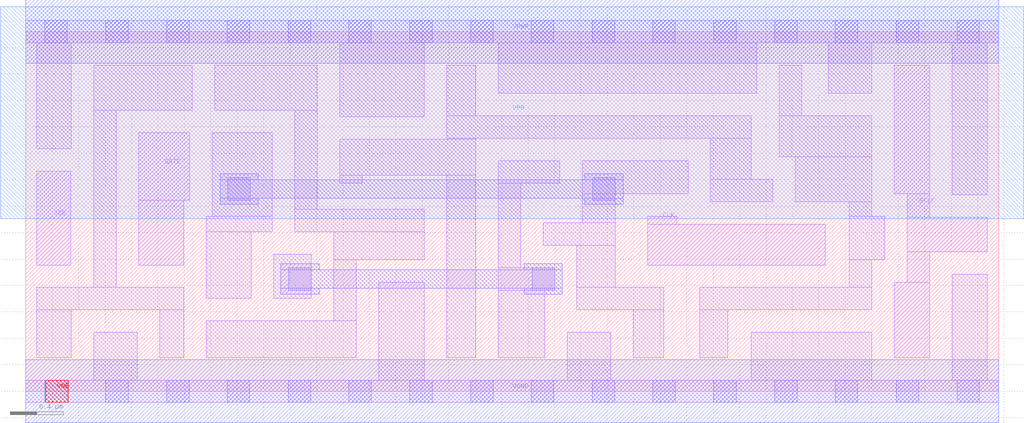
<source format=lef>
# Copyright 2020 The SkyWater PDK Authors
#
# Licensed under the Apache License, Version 2.0 (the "License");
# you may not use this file except in compliance with the License.
# You may obtain a copy of the License at
#
#     https://www.apache.org/licenses/LICENSE-2.0
#
# Unless required by applicable law or agreed to in writing, software
# distributed under the License is distributed on an "AS IS" BASIS,
# WITHOUT WARRANTIES OR CONDITIONS OF ANY KIND, either express or implied.
# See the License for the specific language governing permissions and
# limitations under the License.
#
# SPDX-License-Identifier: Apache-2.0

VERSION 5.7 ;
  NOWIREEXTENSIONATPIN ON ;
  DIVIDERCHAR "/" ;
  BUSBITCHARS "[]" ;
MACRO sky130_fd_sc_hd__sdlclkp_2
  CLASS CORE ;
  FOREIGN sky130_fd_sc_hd__sdlclkp_2 ;
  ORIGIN  0.000000  0.000000 ;
  SIZE  7.360000 BY  2.720000 ;
  SYMMETRY X Y R90 ;
  SITE unithd ;
  PIN GATE
    ANTENNAGATEAREA  0.159000 ;
    DIRECTION INPUT ;
    USE SIGNAL ;
    PORT
      LAYER li1 ;
        RECT 0.855000 0.955000 1.195000 1.445000 ;
        RECT 0.855000 1.445000 1.240000 1.955000 ;
    END
  END GATE
  PIN GCLK
    ANTENNADIFFAREA  0.445500 ;
    DIRECTION OUTPUT ;
    USE SIGNAL ;
    PORT
      LAYER li1 ;
        RECT 6.570000 0.255000 6.840000 0.825000 ;
        RECT 6.570000 1.495000 6.840000 2.465000 ;
        RECT 6.670000 0.825000 6.840000 1.055000 ;
        RECT 6.670000 1.055000 7.275000 1.315000 ;
        RECT 6.670000 1.315000 6.840000 1.495000 ;
    END
  END GCLK
  PIN SCE
    ANTENNAGATEAREA  0.159000 ;
    DIRECTION INPUT ;
    USE SIGNAL ;
    PORT
      LAYER li1 ;
        RECT 0.085000 0.955000 0.340000 1.665000 ;
    END
  END SCE
  PIN CLK
    ANTENNAGATEAREA  0.318000 ;
    DIRECTION INPUT ;
    USE CLOCK ;
    PORT
      LAYER li1 ;
        RECT 4.705000 0.955000 6.050000 1.265000 ;
        RECT 4.705000 1.265000 4.925000 1.325000 ;
    END
  END CLK
  PIN VGND
    DIRECTION INOUT ;
    SHAPE ABUTMENT ;
    USE GROUND ;
    PORT
      LAYER met1 ;
        RECT 0.000000 -0.240000 7.360000 0.240000 ;
    END
  END VGND
  PIN VNB
    DIRECTION INOUT ;
    USE GROUND ;
    PORT
      LAYER pwell ;
        RECT 0.150000 -0.085000 0.320000 0.085000 ;
    END
  END VNB
  PIN VPB
    DIRECTION INOUT ;
    USE POWER ;
    PORT
      LAYER nwell ;
        RECT -0.190000 1.305000 7.550000 2.910000 ;
    END
  END VPB
  PIN VPWR
    DIRECTION INOUT ;
    SHAPE ABUTMENT ;
    USE POWER ;
    PORT
      LAYER met1 ;
        RECT 0.000000 2.480000 7.360000 2.960000 ;
    END
  END VPWR
  OBS
    LAYER li1 ;
      RECT 0.000000 -0.085000 7.360000 0.085000 ;
      RECT 0.000000  2.635000 7.360000 2.805000 ;
      RECT 0.085000  0.255000 0.345000 0.615000 ;
      RECT 0.085000  0.615000 1.195000 0.785000 ;
      RECT 0.085000  1.835000 0.345000 2.635000 ;
      RECT 0.515000  0.085000 0.845000 0.445000 ;
      RECT 0.515000  0.785000 0.685000 2.125000 ;
      RECT 0.515000  2.125000 1.260000 2.465000 ;
      RECT 1.015000  0.255000 1.195000 0.615000 ;
      RECT 1.365000  0.255000 2.500000 0.535000 ;
      RECT 1.365000  0.705000 1.705000 1.205000 ;
      RECT 1.365000  1.205000 1.865000 1.325000 ;
      RECT 1.410000  1.325000 1.865000 1.955000 ;
      RECT 1.430000  2.125000 2.205000 2.465000 ;
      RECT 1.875000  0.705000 2.160000 1.035000 ;
      RECT 2.035000  1.205000 3.015000 1.375000 ;
      RECT 2.035000  1.375000 2.205000 2.125000 ;
      RECT 2.330000  0.535000 2.500000 0.995000 ;
      RECT 2.330000  0.995000 3.015000 1.205000 ;
      RECT 2.375000  1.575000 2.545000 1.635000 ;
      RECT 2.375000  1.635000 3.405000 1.905000 ;
      RECT 2.375000  2.075000 3.015000 2.635000 ;
      RECT 2.670000  0.085000 3.015000 0.825000 ;
      RECT 3.185000  0.255000 3.405000 1.635000 ;
      RECT 3.185000  1.905000 3.405000 1.915000 ;
      RECT 3.185000  1.915000 5.490000 2.085000 ;
      RECT 3.185000  2.085000 3.405000 2.465000 ;
      RECT 3.575000  0.255000 3.925000 0.765000 ;
      RECT 3.575000  0.765000 4.000000 0.935000 ;
      RECT 3.575000  0.935000 3.745000 1.575000 ;
      RECT 3.575000  1.575000 4.040000 1.745000 ;
      RECT 3.575000  2.255000 5.530000 2.635000 ;
      RECT 3.915000  1.105000 4.460000 1.275000 ;
      RECT 4.095000  0.085000 4.425000 0.445000 ;
      RECT 4.170000  0.615000 4.825000 0.785000 ;
      RECT 4.170000  0.785000 4.460000 1.105000 ;
      RECT 4.210000  1.275000 4.460000 1.495000 ;
      RECT 4.210000  1.495000 5.010000 1.745000 ;
      RECT 4.595000  0.255000 4.825000 0.615000 ;
      RECT 5.100000  0.255000 5.310000 0.615000 ;
      RECT 5.100000  0.615000 6.400000 0.785000 ;
      RECT 5.180000  1.435000 5.650000 1.605000 ;
      RECT 5.180000  1.605000 5.490000 1.915000 ;
      RECT 5.490000  0.085000 6.400000 0.445000 ;
      RECT 5.700000  1.775000 6.400000 2.085000 ;
      RECT 5.700000  2.085000 5.870000 2.465000 ;
      RECT 5.820000  1.435000 6.400000 1.775000 ;
      RECT 6.070000  2.255000 6.400000 2.635000 ;
      RECT 6.230000  0.785000 6.400000 0.995000 ;
      RECT 6.230000  0.995000 6.500000 1.325000 ;
      RECT 6.230000  1.325000 6.400000 1.435000 ;
      RECT 7.010000  0.085000 7.275000 0.885000 ;
      RECT 7.010000  1.485000 7.275000 2.635000 ;
    LAYER mcon ;
      RECT 0.145000 -0.085000 0.315000 0.085000 ;
      RECT 0.145000  2.635000 0.315000 2.805000 ;
      RECT 0.605000 -0.085000 0.775000 0.085000 ;
      RECT 0.605000  2.635000 0.775000 2.805000 ;
      RECT 1.065000 -0.085000 1.235000 0.085000 ;
      RECT 1.065000  2.635000 1.235000 2.805000 ;
      RECT 1.525000 -0.085000 1.695000 0.085000 ;
      RECT 1.525000  2.635000 1.695000 2.805000 ;
      RECT 1.530000  1.445000 1.700000 1.615000 ;
      RECT 1.985000 -0.085000 2.155000 0.085000 ;
      RECT 1.985000  2.635000 2.155000 2.805000 ;
      RECT 1.990000  0.765000 2.160000 0.935000 ;
      RECT 2.445000 -0.085000 2.615000 0.085000 ;
      RECT 2.445000  2.635000 2.615000 2.805000 ;
      RECT 2.905000 -0.085000 3.075000 0.085000 ;
      RECT 2.905000  2.635000 3.075000 2.805000 ;
      RECT 3.365000 -0.085000 3.535000 0.085000 ;
      RECT 3.365000  2.635000 3.535000 2.805000 ;
      RECT 3.825000 -0.085000 3.995000 0.085000 ;
      RECT 3.825000  2.635000 3.995000 2.805000 ;
      RECT 3.830000  0.765000 4.000000 0.935000 ;
      RECT 4.285000 -0.085000 4.455000 0.085000 ;
      RECT 4.285000  2.635000 4.455000 2.805000 ;
      RECT 4.290000  1.445000 4.460000 1.615000 ;
      RECT 4.745000 -0.085000 4.915000 0.085000 ;
      RECT 4.745000  2.635000 4.915000 2.805000 ;
      RECT 5.205000 -0.085000 5.375000 0.085000 ;
      RECT 5.205000  2.635000 5.375000 2.805000 ;
      RECT 5.665000 -0.085000 5.835000 0.085000 ;
      RECT 5.665000  2.635000 5.835000 2.805000 ;
      RECT 6.125000 -0.085000 6.295000 0.085000 ;
      RECT 6.125000  2.635000 6.295000 2.805000 ;
      RECT 6.585000 -0.085000 6.755000 0.085000 ;
      RECT 6.585000  2.635000 6.755000 2.805000 ;
      RECT 7.045000 -0.085000 7.215000 0.085000 ;
      RECT 7.045000  2.635000 7.215000 2.805000 ;
    LAYER met1 ;
      RECT 1.470000 1.415000 1.760000 1.460000 ;
      RECT 1.470000 1.460000 4.520000 1.600000 ;
      RECT 1.470000 1.600000 1.760000 1.645000 ;
      RECT 1.930000 0.735000 2.220000 0.780000 ;
      RECT 1.930000 0.780000 4.060000 0.920000 ;
      RECT 1.930000 0.920000 2.220000 0.965000 ;
      RECT 3.770000 0.735000 4.060000 0.780000 ;
      RECT 3.770000 0.920000 4.060000 0.965000 ;
      RECT 4.230000 1.415000 4.520000 1.460000 ;
      RECT 4.230000 1.600000 4.520000 1.645000 ;
  END
END sky130_fd_sc_hd__sdlclkp_2
END LIBRARY

</source>
